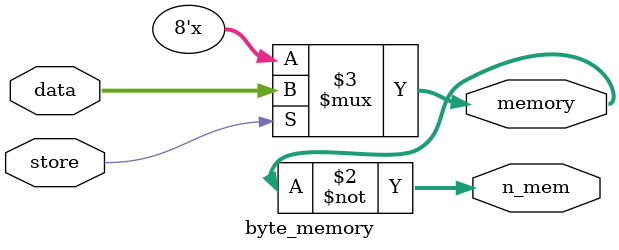
<source format=v>
module byte_memory(
    input [7:0] data,
    input store,
    output reg [7:0] memory,
    output [7:0] n_mem
);
    
    always @(memory, store) begin
        if (store) begin
            memory <= data;
        end      
    end 
    
    assign n_mem = ~memory;
    
    
    
//    d_latch d_latch_8bit (.D(data), .enable(store), .Q(memory));
    
    //8 bit latch to store data
//        d_latch d_latch_8bit (
//            .D(data),
//            .enable(store),
//            .Q(memory)
//        );
        
    // Herein, implement D-Latch style memory
    // that stores the input data into memory
    // when store is high

    // Memory should always output the value
    // stored, and it should only change
    // when store is high

endmodule


</source>
